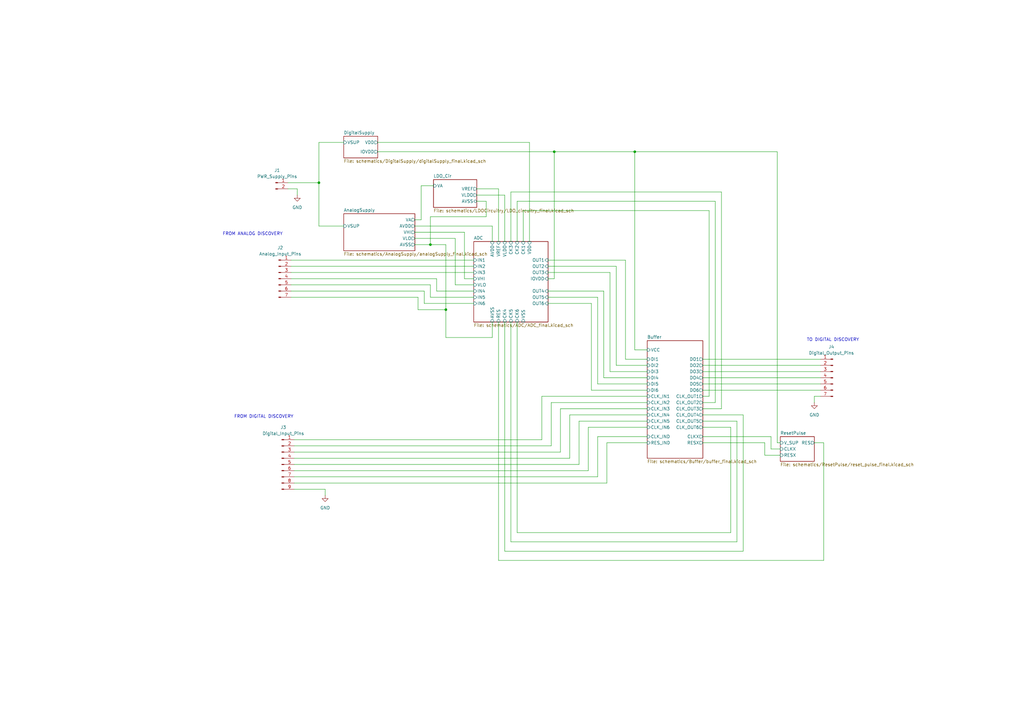
<source format=kicad_sch>
(kicad_sch (version 20231120) (generator "eeschema") (generator_version "8.0")
  (paper "A3")
  (lib_symbols
    (symbol "Connector:Conn_01x02_Pin" (pin_names (offset 1.016) hide)
      (property "Reference" "J" (at 0 2.54 0))
      (property "Value" "Conn_01x02_Pin" (at 0 -5.08 0))
      (symbol "Conn_01x02_Pin_1_1"
        (polyline (pts (xy 1.27 -2.54) (xy 0.8636 -2.54)) (stroke (width 0.1524)))
        (polyline (pts (xy 1.27 0) (xy 0.8636 0)) (stroke (width 0.1524)))
        (rectangle (start 0.8636 -2.413) (end 0 -2.667) (stroke (width 0.1524)) (fill (type outline)))
        (rectangle (start 0.8636 0.127) (end 0 -0.127) (stroke (width 0.1524)) (fill (type outline)))
        (pin passive line (at 5.08 0 180) (length 3.81) (name "Pin_1") (number "1"))
        (pin passive line (at 5.08 -2.54 180) (length 3.81) (name "Pin_2") (number "2"))
      )
    )
    (symbol "Connector:Conn_01x07_Pin" (pin_names (offset 1.016) hide)
      (property "Reference" "J" (at 0 10.16 0))
      (property "Value" "Conn_01x07_Pin" (at 0 -10.16 0))
      (symbol "Conn_01x07_Pin_1_1"
        (polyline (pts (xy 1.27 -7.62) (xy 0.8636 -7.62)) (stroke (width 0.1524)))
        (polyline (pts (xy 1.27 -5.08) (xy 0.8636 -5.08)) (stroke (width 0.1524)))
        (polyline (pts (xy 1.27 -2.54) (xy 0.8636 -2.54)) (stroke (width 0.1524)))
        (polyline (pts (xy 1.27 0) (xy 0.8636 0)) (stroke (width 0.1524)))
        (polyline (pts (xy 1.27 2.54) (xy 0.8636 2.54)) (stroke (width 0.1524)))
        (polyline (pts (xy 1.27 5.08) (xy 0.8636 5.08)) (stroke (width 0.1524)))
        (polyline (pts (xy 1.27 7.62) (xy 0.8636 7.62)) (stroke (width 0.1524)))
        (rectangle (start 0.8636 -7.493) (end 0 -7.747) (stroke (width 0.1524)) (fill (type outline)))
        (rectangle (start 0.8636 -4.953) (end 0 -5.207) (stroke (width 0.1524)) (fill (type outline)))
        (rectangle (start 0.8636 -2.413) (end 0 -2.667) (stroke (width 0.1524)) (fill (type outline)))
        (rectangle (start 0.8636 0.127) (end 0 -0.127) (stroke (width 0.1524)) (fill (type outline)))
        (rectangle (start 0.8636 2.667) (end 0 2.413) (stroke (width 0.1524)) (fill (type outline)))
        (rectangle (start 0.8636 5.207) (end 0 4.953) (stroke (width 0.1524)) (fill (type outline)))
        (rectangle (start 0.8636 7.747) (end 0 7.493) (stroke (width 0.1524)) (fill (type outline)))
        (pin passive line (at 5.08 7.62 180) (length 3.81) (name "Pin_1") (number "1"))
        (pin passive line (at 5.08 5.08 180) (length 3.81) (name "Pin_2") (number "2"))
        (pin passive line (at 5.08 2.54 180) (length 3.81) (name "Pin_3") (number "3"))
        (pin passive line (at 5.08 0 180) (length 3.81) (name "Pin_4") (number "4"))
        (pin passive line (at 5.08 -2.54 180) (length 3.81) (name "Pin_5") (number "5"))
        (pin passive line (at 5.08 -5.08 180) (length 3.81) (name "Pin_6") (number "6"))
        (pin passive line (at 5.08 -7.62 180) (length 3.81) (name "Pin_7") (number "7"))
      )
    )
    (symbol "Connector:Conn_01x09_Pin" (pin_names (offset 1.016) hide)
      (property "Reference" "J" (at 0 12.7 0))
      (property "Value" "Conn_01x09_Pin" (at 0 -12.7 0))
      (symbol "Conn_01x09_Pin_1_1"
        (polyline (pts (xy 1.27 -10.16) (xy 0.8636 -10.16)) (stroke (width 0.1524)))
        (polyline (pts (xy 1.27 -7.62) (xy 0.8636 -7.62)) (stroke (width 0.1524)))
        (polyline (pts (xy 1.27 -5.08) (xy 0.8636 -5.08)) (stroke (width 0.1524)))
        (polyline (pts (xy 1.27 -2.54) (xy 0.8636 -2.54)) (stroke (width 0.1524)))
        (polyline (pts (xy 1.27 0) (xy 0.8636 0)) (stroke (width 0.1524)))
        (polyline (pts (xy 1.27 2.54) (xy 0.8636 2.54)) (stroke (width 0.1524)))
        (polyline (pts (xy 1.27 5.08) (xy 0.8636 5.08)) (stroke (width 0.1524)))
        (polyline (pts (xy 1.27 7.62) (xy 0.8636 7.62)) (stroke (width 0.1524)))
        (polyline (pts (xy 1.27 10.16) (xy 0.8636 10.16)) (stroke (width 0.1524)))
        (rectangle (start 0.8636 -10.033) (end 0 -10.287) (stroke (width 0.1524)) (fill (type outline)))
        (rectangle (start 0.8636 -7.493) (end 0 -7.747) (stroke (width 0.1524)) (fill (type outline)))
        (rectangle (start 0.8636 -4.953) (end 0 -5.207) (stroke (width 0.1524)) (fill (type outline)))
        (rectangle (start 0.8636 -2.413) (end 0 -2.667) (stroke (width 0.1524)) (fill (type outline)))
        (rectangle (start 0.8636 0.127) (end 0 -0.127) (stroke (width 0.1524)) (fill (type outline)))
        (rectangle (start 0.8636 2.667) (end 0 2.413) (stroke (width 0.1524)) (fill (type outline)))
        (rectangle (start 0.8636 5.207) (end 0 4.953) (stroke (width 0.1524)) (fill (type outline)))
        (rectangle (start 0.8636 7.747) (end 0 7.493) (stroke (width 0.1524)) (fill (type outline)))
        (rectangle (start 0.8636 10.287) (end 0 10.033) (stroke (width 0.1524)) (fill (type outline)))
        (pin passive line (at 5.08 10.16 180) (length 3.81) (name "Pin_1") (number "1"))
        (pin passive line (at 5.08 7.62 180) (length 3.81) (name "Pin_2") (number "2"))
        (pin passive line (at 5.08 5.08 180) (length 3.81) (name "Pin_3") (number "3"))
        (pin passive line (at 5.08 2.54 180) (length 3.81) (name "Pin_4") (number "4"))
        (pin passive line (at 5.08 0 180) (length 3.81) (name "Pin_5") (number "5"))
        (pin passive line (at 5.08 -2.54 180) (length 3.81) (name "Pin_6") (number "6"))
        (pin passive line (at 5.08 -5.08 180) (length 3.81) (name "Pin_7") (number "7"))
        (pin passive line (at 5.08 -7.62 180) (length 3.81) (name "Pin_8") (number "8"))
        (pin passive line (at 5.08 -10.16 180) (length 3.81) (name "Pin_9") (number "9"))
      )
    )
    (symbol "power:GND" (power) (pin_numbers hide) (pin_names (offset 0) hide)
      (property "Value" "GND" (at 0 -3.81 0))
      (symbol "GND_0_1"
        (polyline (pts (xy 0 0) (xy 0 -1.27) (xy 1.27 -1.27) (xy 0 -2.54) (xy -1.27 -1.27) (xy 0 -1.27)))
      )
      (symbol "GND_1_1"
        (pin power_in line (at 0 0 270) (length 0) (name "~") (number "1"))
      )
    )
  )
  (junction (at 182.88 127))
  (junction (at 227.33 62.23))
  (junction (at 176.53 100.33))
  (junction (at 260.35 62.23))
  (junction (at 130.81 74.93))
  (wire (pts (xy 120.65 185.42) (xy 229.87 185.42)))
  (wire (pts (xy 245.11 179.07) (xy 245.11 195.58)))
  (wire (pts (xy 288.29 152.4) (xy 336.55 152.4)))
  (wire (pts (xy 302.26 222.25) (xy 209.55 222.25)))
  (wire (pts (xy 179.07 114.3) (xy 119.38 114.3)))
  (wire (pts (xy 119.38 111.76) (xy 194.31 111.76)))
  (wire (pts (xy 248.92 181.61) (xy 248.92 198.12)))
  (wire (pts (xy 288.29 167.64) (xy 295.91 167.64)))
  (wire (pts (xy 250.19 152.4) (xy 265.43 152.4)))
  (wire (pts (xy 334.01 162.56) (xy 334.01 165.1)))
  (wire (pts (xy 212.09 82.55) (xy 212.09 99.06)))
  (wire (pts (xy 120.65 198.12) (xy 248.92 198.12)))
  (wire (pts (xy 288.29 157.48) (xy 336.55 157.48)))
  (wire (pts (xy 120.65 182.88) (xy 226.06 182.88)))
  (wire (pts (xy 176.53 100.33) (xy 182.88 100.33)))
  (wire (pts (xy 195.58 77.47) (xy 204.47 77.47)))
  (wire (pts (xy 224.79 119.38) (xy 247.65 119.38)))
  (wire (pts (xy 182.88 127) (xy 182.88 138.43)))
  (wire (pts (xy 226.06 165.1) (xy 226.06 182.88)))
  (wire (pts (xy 171.45 121.92) (xy 171.45 127)))
  (wire (pts (xy 182.88 138.43) (xy 201.93 138.43)))
  (wire (pts (xy 302.26 172.72) (xy 302.26 222.25)))
  (wire (pts (xy 224.79 106.68) (xy 256.54 106.68)))
  (wire (pts (xy 204.47 132.08) (xy 204.47 229.87)))
  (wire (pts (xy 170.18 97.79) (xy 186.69 97.79)))
  (wire (pts (xy 304.8 226.06) (xy 207.01 226.06)))
  (wire (pts (xy 172.72 76.2) (xy 177.8 76.2)))
  (wire (pts (xy 119.38 109.22) (xy 194.31 109.22)))
  (wire (pts (xy 120.65 180.34) (xy 222.25 180.34)))
  (wire (pts (xy 288.29 181.61) (xy 313.69 181.61)))
  (wire (pts (xy 288.29 147.32) (xy 336.55 147.32)))
  (wire (pts (xy 288.29 149.86) (xy 336.55 149.86)))
  (wire (pts (xy 118.11 77.47) (xy 121.92 77.47)))
  (wire (pts (xy 154.94 62.23) (xy 227.33 62.23)))
  (wire (pts (xy 337.82 181.61) (xy 337.82 229.87)))
  (wire (pts (xy 120.65 187.96) (xy 233.68 187.96)))
  (wire (pts (xy 316.23 184.15) (xy 320.04 184.15)))
  (wire (pts (xy 224.79 121.92) (xy 245.11 121.92)))
  (wire (pts (xy 120.65 193.04) (xy 241.3 193.04)))
  (wire (pts (xy 233.68 170.18) (xy 233.68 187.96)))
  (wire (pts (xy 214.63 86.36) (xy 214.63 99.06)))
  (wire (pts (xy 242.57 124.46) (xy 242.57 160.02)))
  (wire (pts (xy 186.69 97.79) (xy 186.69 116.84)))
  (wire (pts (xy 120.65 195.58) (xy 245.11 195.58)))
  (wire (pts (xy 245.11 121.92) (xy 245.11 157.48)))
  (wire (pts (xy 182.88 100.33) (xy 182.88 127)))
  (wire (pts (xy 204.47 77.47) (xy 204.47 99.06)))
  (wire (pts (xy 316.23 179.07) (xy 316.23 184.15)))
  (wire (pts (xy 252.73 109.22) (xy 252.73 149.86)))
  (wire (pts (xy 154.94 58.42) (xy 217.17 58.42)))
  (wire (pts (xy 260.35 143.51) (xy 260.35 62.23)))
  (wire (pts (xy 120.65 200.66) (xy 133.35 200.66)))
  (wire (pts (xy 304.8 170.18) (xy 304.8 226.06)))
  (wire (pts (xy 173.99 124.46) (xy 173.99 119.38)))
  (wire (pts (xy 222.25 162.56) (xy 222.25 180.34)))
  (wire (pts (xy 224.79 124.46) (xy 242.57 124.46)))
  (wire (pts (xy 288.29 172.72) (xy 302.26 172.72)))
  (wire (pts (xy 241.3 175.26) (xy 241.3 193.04)))
  (wire (pts (xy 227.33 114.3) (xy 224.79 114.3)))
  (wire (pts (xy 195.58 82.55) (xy 199.39 82.55)))
  (wire (pts (xy 130.81 58.42) (xy 130.81 74.93)))
  (wire (pts (xy 212.09 218.44) (xy 212.09 132.08)))
  (wire (pts (xy 130.81 74.93) (xy 130.81 92.71)))
  (wire (pts (xy 172.72 90.17) (xy 170.18 90.17)))
  (wire (pts (xy 130.81 92.71) (xy 140.97 92.71)))
  (wire (pts (xy 293.37 82.55) (xy 212.09 82.55)))
  (wire (pts (xy 265.43 162.56) (xy 222.25 162.56)))
  (wire (pts (xy 217.17 58.42) (xy 217.17 99.06)))
  (wire (pts (xy 288.29 165.1) (xy 293.37 165.1)))
  (wire (pts (xy 179.07 119.38) (xy 179.07 114.3)))
  (wire (pts (xy 290.83 86.36) (xy 214.63 86.36)))
  (wire (pts (xy 265.43 175.26) (xy 241.3 175.26)))
  (wire (pts (xy 118.11 74.93) (xy 130.81 74.93)))
  (wire (pts (xy 237.49 172.72) (xy 237.49 190.5)))
  (wire (pts (xy 245.11 157.48) (xy 265.43 157.48)))
  (wire (pts (xy 170.18 95.25) (xy 190.5 95.25)))
  (wire (pts (xy 209.55 78.74) (xy 209.55 99.06)))
  (wire (pts (xy 265.43 165.1) (xy 226.06 165.1)))
  (wire (pts (xy 265.43 167.64) (xy 229.87 167.64)))
  (wire (pts (xy 172.72 76.2) (xy 172.72 90.17)))
  (wire (pts (xy 207.01 80.01) (xy 207.01 99.06)))
  (wire (pts (xy 199.39 82.55) (xy 199.39 88.9)))
  (wire (pts (xy 227.33 62.23) (xy 227.33 114.3)))
  (wire (pts (xy 252.73 149.86) (xy 265.43 149.86)))
  (wire (pts (xy 190.5 114.3) (xy 194.31 114.3)))
  (wire (pts (xy 201.93 92.71) (xy 201.93 99.06)))
  (wire (pts (xy 290.83 162.56) (xy 290.83 86.36)))
  (wire (pts (xy 209.55 222.25) (xy 209.55 132.08)))
  (wire (pts (xy 176.53 88.9) (xy 176.53 100.33)))
  (wire (pts (xy 288.29 160.02) (xy 336.55 160.02)))
  (wire (pts (xy 207.01 226.06) (xy 207.01 132.08)))
  (wire (pts (xy 170.18 100.33) (xy 176.53 100.33)))
  (wire (pts (xy 288.29 179.07) (xy 316.23 179.07)))
  (wire (pts (xy 265.43 172.72) (xy 237.49 172.72)))
  (wire (pts (xy 133.35 200.66) (xy 133.35 203.2)))
  (wire (pts (xy 247.65 119.38) (xy 247.65 154.94)))
  (wire (pts (xy 265.43 181.61) (xy 248.92 181.61)))
  (wire (pts (xy 229.87 167.64) (xy 229.87 185.42)))
  (wire (pts (xy 337.82 229.87) (xy 204.47 229.87)))
  (wire (pts (xy 313.69 186.69) (xy 320.04 186.69)))
  (wire (pts (xy 260.35 62.23) (xy 318.77 62.23)))
  (wire (pts (xy 299.72 175.26) (xy 299.72 218.44)))
  (wire (pts (xy 318.77 62.23) (xy 318.77 181.61)))
  (wire (pts (xy 265.43 143.51) (xy 260.35 143.51)))
  (wire (pts (xy 176.53 116.84) (xy 119.38 116.84)))
  (wire (pts (xy 288.29 175.26) (xy 299.72 175.26)))
  (wire (pts (xy 173.99 119.38) (xy 119.38 119.38)))
  (wire (pts (xy 334.01 181.61) (xy 337.82 181.61)))
  (wire (pts (xy 201.93 138.43) (xy 201.93 132.08)))
  (wire (pts (xy 336.55 162.56) (xy 334.01 162.56)))
  (wire (pts (xy 265.43 170.18) (xy 233.68 170.18)))
  (wire (pts (xy 190.5 95.25) (xy 190.5 114.3)))
  (wire (pts (xy 194.31 121.92) (xy 176.53 121.92)))
  (wire (pts (xy 194.31 119.38) (xy 179.07 119.38)))
  (wire (pts (xy 242.57 160.02) (xy 265.43 160.02)))
  (wire (pts (xy 318.77 181.61) (xy 320.04 181.61)))
  (wire (pts (xy 288.29 162.56) (xy 290.83 162.56)))
  (wire (pts (xy 119.38 106.68) (xy 194.31 106.68)))
  (wire (pts (xy 224.79 111.76) (xy 250.19 111.76)))
  (wire (pts (xy 288.29 170.18) (xy 304.8 170.18)))
  (wire (pts (xy 176.53 121.92) (xy 176.53 116.84)))
  (wire (pts (xy 224.79 109.22) (xy 252.73 109.22)))
  (wire (pts (xy 194.31 124.46) (xy 173.99 124.46)))
  (wire (pts (xy 288.29 154.94) (xy 336.55 154.94)))
  (wire (pts (xy 313.69 181.61) (xy 313.69 186.69)))
  (wire (pts (xy 195.58 80.01) (xy 207.01 80.01)))
  (wire (pts (xy 295.91 78.74) (xy 209.55 78.74)))
  (wire (pts (xy 293.37 165.1) (xy 293.37 82.55)))
  (wire (pts (xy 119.38 121.92) (xy 171.45 121.92)))
  (wire (pts (xy 256.54 106.68) (xy 256.54 147.32)))
  (wire (pts (xy 265.43 179.07) (xy 245.11 179.07)))
  (wire (pts (xy 171.45 127) (xy 182.88 127)))
  (wire (pts (xy 140.97 58.42) (xy 130.81 58.42)))
  (wire (pts (xy 121.92 77.47) (xy 121.92 80.01)))
  (wire (pts (xy 120.65 190.5) (xy 237.49 190.5)))
  (wire (pts (xy 227.33 62.23) (xy 260.35 62.23)))
  (wire (pts (xy 186.69 116.84) (xy 194.31 116.84)))
  (wire (pts (xy 250.19 111.76) (xy 250.19 152.4)))
  (wire (pts (xy 170.18 92.71) (xy 201.93 92.71)))
  (wire (pts (xy 299.72 218.44) (xy 212.09 218.44)))
  (wire (pts (xy 199.39 88.9) (xy 176.53 88.9)))
  (wire (pts (xy 247.65 154.94) (xy 265.43 154.94)))
  (wire (pts (xy 256.54 147.32) (xy 265.43 147.32)))
  (wire (pts (xy 295.91 167.64) (xy 295.91 78.74)))
  (text "FROM ANALOG DISCOVERY\n" (at 103.632 96.012 0) (effects (font (size 1.27 1.27))))
  (text "TO DIGITAL DISCOVERY\n" (at 341.63 139.446 0) (effects (font (size 1.27 1.27))))
  (text "FROM DIGITAL DISCOVERY\n" (at 108.204 170.942 0) (effects (font (size 1.27 1.27))))
  (symbol (lib_id "power:GND") (at 121.92 80.01 0) (unit 1)
    (property "Reference" "#PWR025" (effects (hide yes)))
    (property "Value" "GND" (at 121.92 85.09 0))
    (property "Description" "Power symbol creates a global label with name \"GND\" , ground" (effects (hide yes)))
  )
  (symbol (lib_id "Connector:Conn_01x02_Pin") (at 113.03 74.93 0) (unit 1)
    (property "Reference" "J1" (at 113.665 69.85 0))
    (property "Value" "PWR_Supply_Pins" (at 113.665 72.39 0))
    (property "Footprint" "Connector_PinHeader_2.54mm:PinHeader_1x02_P2.54mm_Vertical" (effects (hide yes)))
    (property "Description" "Generic connector, single row, 01x02, script generated" (effects (hide yes)))
  )
  (symbol (lib_id "Connector:Conn_01x09_Pin") (at 115.57 190.5 0) (unit 1)
    (property "Reference" "J3" (at 116.205 175.26 0))
    (property "Value" "Digital_Input_Pins" (at 116.205 177.8 0))
    (property "Footprint" "Connector_PinHeader_2.54mm:PinHeader_1x09_P2.54mm_Vertical" (effects (hide yes)))
    (property "Description" "Generic connector, single row, 01x09, script generated" (effects (hide yes)))
  )
  (symbol (lib_id "Connector:Conn_01x07_Pin") (at 341.63 154.94 0) (mirror y) (unit 1)
    (property "Reference" "J4" (at 340.995 142.24 0))
    (property "Value" "Digital_Output_Pins" (at 340.995 144.78 0))
    (property "Footprint" "Connector_PinHeader_2.54mm:PinHeader_1x07_P2.54mm_Vertical" (effects (hide yes)))
    (property "Description" "Generic connector, single row, 01x07, script generated" (effects (hide yes)))
  )
  (symbol (lib_id "power:GND") (at 133.35 203.2 0) (unit 1)
    (property "Reference" "#PWR026" (effects (hide yes)))
    (property "Value" "GND" (at 133.35 208.28 0))
    (property "Description" "Power symbol creates a global label with name \"GND\" , ground" (effects (hide yes)))
  )
  (symbol (lib_id "power:GND") (at 334.01 165.1 0) (unit 1)
    (property "Reference" "#PWR027" (effects (hide yes)))
    (property "Value" "GND" (at 334.01 170.18 0))
    (property "Description" "Power symbol creates a global label with name \"GND\" , ground" (effects (hide yes)))
  )
  (symbol (lib_id "Connector:Conn_01x07_Pin") (at 114.3 114.3 0) (unit 1)
    (property "Reference" "J2" (at 114.935 101.6 0))
    (property "Value" "Analog_Input_Pins" (at 114.935 104.14 0))
    (property "Footprint" "Connector_PinHeader_2.54mm:PinHeader_1x07_P2.54mm_Vertical" (effects (hide yes)))
    (property "Description" "Generic connector, single row, 01x07, script generated" (effects (hide yes)))
  )
  (sheet (at 140.97 87.63) (size 29.21 15.24) (stroke (width 0.1524))
    (property "Sheetname" "AnalogSupply" (at 140.97 86.9184 0) (effects (justify left bottom)))
    (property "Sheetfile" "schematics/AnalogSupply/analogSupply_final.kicad_sch" (at 140.97 103.4546 0) (effects (justify left top)))
    (pin "VSUP" input (at 140.97 92.71 180))
    (pin "AVSS" output (at 170.18 100.33 0))
    (pin "AVDD" output (at 170.18 92.71 0))
    (pin "VLO" output (at 170.18 97.79 0))
    (pin "VHI" output (at 170.18 95.25 0))
    (pin "VA" output (at 170.18 90.17 0))
  )
  (sheet (at 177.8 73.66) (size 17.78 11.43) (stroke (width 0.1524))
    (property "Sheetname" "LDO_Cir" (at 177.8 72.9484 0) (effects (justify left bottom)))
    (property "Sheetfile" "schematics/LDOCircuitry/LDO_circuitry_final.kicad_sch" (at 177.8 85.6746 0) (effects (justify left top)))
    (pin "VA" input (at 177.8 76.2 180))
    (pin "AVSS" bidirectional (at 195.58 82.55 0))
    (pin "VLDO" output (at 195.58 80.01 0))
    (pin "VREF" output (at 195.58 77.47 0))
  )
  (sheet (at 194.31 99.06) (size 30.48 33.02) (stroke (width 0.1524))
    (property "Sheetname" "ADC" (at 194.31 98.3484 0) (effects (justify left bottom)))
    (property "Sheetfile" "schematics/ADC/ADC_final.kicad_sch" (at 194.31 132.6646 0) (effects (justify left top)))
    (pin "OUT3" input (at 224.79 111.76 0))
    (pin "OUT2" input (at 224.79 109.22 0))
    (pin "IOVDD" input (at 224.79 114.3 0))
    (pin "OUT1" input (at 224.79 106.68 0))
    (pin "CK6" input (at 212.09 132.08 270))
    (pin "VSS" input (at 214.63 132.08 270))
    (pin "AVSS" input (at 201.93 132.08 270))
    (pin "OUT4" input (at 224.79 119.38 0))
    (pin "OUT5" input (at 224.79 121.92 0))
    (pin "OUT6" input (at 224.79 124.46 0))
    (pin "RES" input (at 204.47 132.08 270))
    (pin "CK4" input (at 207.01 132.08 270))
    (pin "CK5" input (at 209.55 132.08 270))
    (pin "AVDD" input (at 201.93 99.06 90))
    (pin "VLDO" input (at 207.01 99.06 90))
    (pin "VREF" input (at 204.47 99.06 90))
    (pin "CK2" input (at 212.09 99.06 90))
    (pin "CK3" input (at 209.55 99.06 90))
    (pin "CK1" input (at 214.63 99.06 90))
    (pin "VDD" input (at 217.17 99.06 90))
    (pin "IN1" input (at 194.31 106.68 180))
    (pin "IN2" input (at 194.31 109.22 180))
    (pin "VLO" input (at 194.31 116.84 180))
    (pin "IN5" input (at 194.31 121.92 180))
    (pin "IN6" input (at 194.31 124.46 180))
    (pin "IN4" input (at 194.31 119.38 180))
    (pin "VHI" input (at 194.31 114.3 180))
    (pin "IN3" input (at 194.31 111.76 180))
  )
  (sheet (at 265.43 139.7) (size 22.86 48.26) (stroke (width 0.1524))
    (property "Sheetname" "Buffer" (at 265.43 138.9884 0) (effects (justify left bottom)))
    (property "Sheetfile" "schematics/Buffer/buffer_final.kicad_sch" (at 265.43 188.5446 0) (effects (justify left top)))
    (pin "DI6" input (at 265.43 160.02 180))
    (pin "DI5" input (at 265.43 157.48 180))
    (pin "DI4" input (at 265.43 154.94 180))
    (pin "DI2" input (at 265.43 149.86 180))
    (pin "DI3" input (at 265.43 152.4 180))
    (pin "DI1" input (at 265.43 147.32 180))
    (pin "VCC" input (at 265.43 143.51 180))
    (pin "DO1" output (at 288.29 147.32 0))
    (pin "DO4" output (at 288.29 154.94 0))
    (pin "DO2" output (at 288.29 149.86 0))
    (pin "DO3" output (at 288.29 152.4 0))
    (pin "DO6" output (at 288.29 160.02 0))
    (pin "DO5" output (at 288.29 157.48 0))
    (pin "CLK_OUT1" output (at 288.29 162.56 0))
    (pin "CLK_OUT2" output (at 288.29 165.1 0))
    (pin "CLK_OUT3" output (at 288.29 167.64 0))
    (pin "CLK_OUT4" output (at 288.29 170.18 0))
    (pin "CLK_OUT5" output (at 288.29 172.72 0))
    (pin "CLK_OUT6" output (at 288.29 175.26 0))
    (pin "CLK_IN1" input (at 265.43 162.56 180))
    (pin "CLK_IN2" input (at 265.43 165.1 180))
    (pin "CLK_IN3" input (at 265.43 167.64 180))
    (pin "CLK_IN4" input (at 265.43 170.18 180))
    (pin "CLK_IN5" input (at 265.43 172.72 180))
    (pin "CLK_IN6" input (at 265.43 175.26 180))
    (pin "CLK_IND" input (at 265.43 179.07 180))
    (pin "RES_IND" input (at 265.43 181.61 180))
    (pin "RESX" output (at 288.29 181.61 0))
    (pin "CLKX" output (at 288.29 179.07 0))
  )
  (sheet (at 140.97 55.88) (size 13.97 8.89) (stroke (width 0.1524))
    (property "Sheetname" "DigitalSupply" (at 140.97 55.1684 0) (effects (justify left bottom)))
    (property "Sheetfile" "schematics/DigitalSupply/digitalSupply_final.kicad_sch" (at 140.97 65.3546 0) (effects (justify left top)))
    (pin "VSUP" input (at 140.97 58.42 180))
    (pin "IOVDD" output (at 154.94 62.23 0))
    (pin "VDD" output (at 154.94 58.42 0))
  )
  (sheet (at 320.04 179.07) (size 13.97 10.16) (stroke (width 0.1524))
    (property "Sheetname" "ResetPulse" (at 320.04 178.3584 0) (effects (justify left bottom)))
    (property "Sheetfile" "schematics/ResetPulse/reset_pulse_final.kicad_sch" (at 320.04 189.8146 0) (effects (justify left top)))
    (pin "CLKX" input (at 320.04 184.15 180))
    (pin "RESX" input (at 320.04 186.69 180))
    (pin "RES" output (at 334.01 181.61 0))
    (pin "V_SUP" input (at 320.04 181.61 180))
  )
)
</source>
